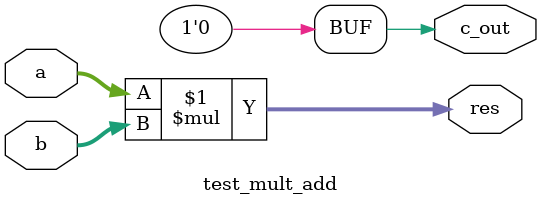
<source format=sv>


module  test_mult_add  #(
  parameter DataWidth = 16
) (
  input  [DataWidth-1:0] a,
  input  [DataWidth-1:0] b,


  output logic [2*DataWidth-1:0] res,
  output logic                   c_out
);


  assign res = a*b;
  assign c_out = 1'b0;

endmodule

</source>
